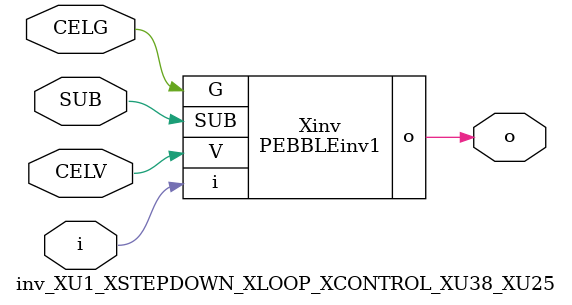
<source format=v>



module PEBBLEinv1 ( o, G, SUB, V, i );

  input V;
  input i;
  input G;
  output o;
  input SUB;
endmodule

//Celera Confidential Do Not Copy inv_XU1_XSTEPDOWN_XLOOP_XCONTROL_XU38_XU25
//Celera Confidential Symbol Generator
//5V Inverter
module inv_XU1_XSTEPDOWN_XLOOP_XCONTROL_XU38_XU25 (CELV,CELG,i,o,SUB);
input CELV;
input CELG;
input i;
input SUB;
output o;

//Celera Confidential Do Not Copy inv
PEBBLEinv1 Xinv(
.V (CELV),
.i (i),
.o (o),
.SUB (SUB),
.G (CELG)
);
//,diesize,PEBBLEinv1

//Celera Confidential Do Not Copy Module End
//Celera Schematic Generator
endmodule

</source>
